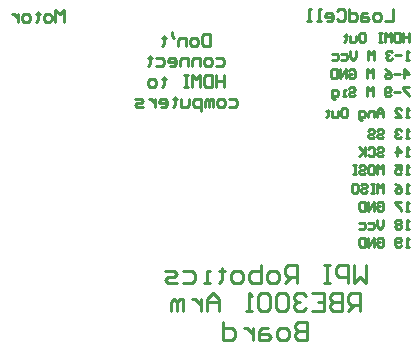
<source format=gbo>
G04 Layer_Color=32896*
%FSLAX24Y24*%
%MOIN*%
G70*
G01*
G75*
%ADD10C,0.0100*%
D10*
X8730Y4289D02*
Y3690D01*
X8530Y3889D01*
X8330Y3690D01*
Y4289D01*
X8130Y3690D02*
Y4289D01*
X7830D01*
X7730Y4189D01*
Y3989D01*
X7830Y3889D01*
X8130D01*
X7531Y4289D02*
X7331D01*
X7431D01*
Y3690D01*
X7531D01*
X7331D01*
X6431D02*
Y4289D01*
X6131D01*
X6031Y4189D01*
Y3989D01*
X6131Y3889D01*
X6431D01*
X6231D02*
X6031Y3690D01*
X5731D02*
X5531D01*
X5431Y3789D01*
Y3989D01*
X5531Y4089D01*
X5731D01*
X5831Y3989D01*
Y3789D01*
X5731Y3690D01*
X5231Y4289D02*
Y3690D01*
X4931D01*
X4831Y3789D01*
Y3889D01*
Y3989D01*
X4931Y4089D01*
X5231D01*
X4531Y3690D02*
X4332D01*
X4232Y3789D01*
Y3989D01*
X4332Y4089D01*
X4531D01*
X4631Y3989D01*
Y3789D01*
X4531Y3690D01*
X3932Y4189D02*
Y4089D01*
X4032D01*
X3832D01*
X3932D01*
Y3789D01*
X3832Y3690D01*
X3532D02*
X3332D01*
X3432D01*
Y4089D01*
X3532D01*
X2632D02*
X2932D01*
X3032Y3989D01*
Y3789D01*
X2932Y3690D01*
X2632D01*
X2432D02*
X2132D01*
X2032Y3789D01*
X2132Y3889D01*
X2332D01*
X2432Y3989D01*
X2332Y4089D01*
X2032D01*
X8530Y2730D02*
Y3330D01*
X8230D01*
X8130Y3230D01*
Y3030D01*
X8230Y2930D01*
X8530D01*
X8330D02*
X8130Y2730D01*
X7930Y3330D02*
Y2730D01*
X7630D01*
X7531Y2830D01*
Y2930D01*
X7630Y3030D01*
X7930D01*
X7630D01*
X7531Y3130D01*
Y3230D01*
X7630Y3330D01*
X7930D01*
X6931D02*
X7331D01*
Y2730D01*
X6931D01*
X7331Y3030D02*
X7131D01*
X6731Y3230D02*
X6631Y3330D01*
X6431D01*
X6331Y3230D01*
Y3130D01*
X6431Y3030D01*
X6531D01*
X6431D01*
X6331Y2930D01*
Y2830D01*
X6431Y2730D01*
X6631D01*
X6731Y2830D01*
X6131Y3230D02*
X6031Y3330D01*
X5831D01*
X5731Y3230D01*
Y2830D01*
X5831Y2730D01*
X6031D01*
X6131Y2830D01*
Y3230D01*
X5531D02*
X5431Y3330D01*
X5231D01*
X5131Y3230D01*
Y2830D01*
X5231Y2730D01*
X5431D01*
X5531Y2830D01*
Y3230D01*
X4931Y2730D02*
X4731D01*
X4831D01*
Y3330D01*
X4931Y3230D01*
X3832Y2730D02*
Y3130D01*
X3632Y3330D01*
X3432Y3130D01*
Y2730D01*
Y3030D01*
X3832D01*
X3232Y3130D02*
Y2730D01*
Y2930D01*
X3132Y3030D01*
X3032Y3130D01*
X2932D01*
X2632Y2730D02*
Y3130D01*
X2532D01*
X2432Y3030D01*
Y2730D01*
Y3030D01*
X2332Y3130D01*
X2232Y3030D01*
Y2730D01*
X6781Y2370D02*
Y1770D01*
X6481D01*
X6381Y1870D01*
Y1970D01*
X6481Y2070D01*
X6781D01*
X6481D01*
X6381Y2170D01*
Y2270D01*
X6481Y2370D01*
X6781D01*
X6081Y1770D02*
X5881D01*
X5781Y1870D01*
Y2070D01*
X5881Y2170D01*
X6081D01*
X6181Y2070D01*
Y1870D01*
X6081Y1770D01*
X5481Y2170D02*
X5281D01*
X5181Y2070D01*
Y1770D01*
X5481D01*
X5581Y1870D01*
X5481Y1970D01*
X5181D01*
X4981Y2170D02*
Y1770D01*
Y1970D01*
X4881Y2070D01*
X4781Y2170D01*
X4681D01*
X3982Y2370D02*
Y1770D01*
X4282D01*
X4382Y1870D01*
Y2070D01*
X4282Y2170D01*
X3982D01*
X3544Y11979D02*
Y11580D01*
X3344D01*
X3277Y11646D01*
Y11913D01*
X3344Y11979D01*
X3544D01*
X3077Y11580D02*
X2944D01*
X2877Y11646D01*
Y11779D01*
X2944Y11846D01*
X3077D01*
X3144Y11779D01*
Y11646D01*
X3077Y11580D01*
X2744D02*
Y11846D01*
X2544D01*
X2478Y11779D01*
Y11580D01*
X2278Y12046D02*
Y11913D01*
X2344Y11846D01*
X2011Y11913D02*
Y11846D01*
X2078D01*
X1944D01*
X2011D01*
Y11646D01*
X1944Y11580D01*
X3744Y11190D02*
X3944D01*
X4010Y11123D01*
Y10990D01*
X3944Y10923D01*
X3744D01*
X3544D02*
X3411D01*
X3344Y10990D01*
Y11123D01*
X3411Y11190D01*
X3544D01*
X3610Y11123D01*
Y10990D01*
X3544Y10923D01*
X3211D02*
Y11190D01*
X3011D01*
X2944Y11123D01*
Y10923D01*
X2811D02*
Y11190D01*
X2611D01*
X2544Y11123D01*
Y10923D01*
X2211D02*
X2344D01*
X2411Y10990D01*
Y11123D01*
X2344Y11190D01*
X2211D01*
X2144Y11123D01*
Y11056D01*
X2411D01*
X1744Y11190D02*
X1944D01*
X2011Y11123D01*
Y10990D01*
X1944Y10923D01*
X1744D01*
X1544Y11256D02*
Y11190D01*
X1611D01*
X1478D01*
X1544D01*
Y10990D01*
X1478Y10923D01*
X4010Y10600D02*
Y10200D01*
Y10400D01*
X3744D01*
Y10600D01*
Y10200D01*
X3610Y10600D02*
Y10200D01*
X3411D01*
X3344Y10266D01*
Y10533D01*
X3411Y10600D01*
X3610D01*
X3211Y10200D02*
Y10600D01*
X3077Y10466D01*
X2944Y10600D01*
Y10200D01*
X2811Y10600D02*
X2677D01*
X2744D01*
Y10200D01*
X2811D01*
X2677D01*
X2011Y10533D02*
Y10466D01*
X2078D01*
X1944D01*
X2011D01*
Y10266D01*
X1944Y10200D01*
X1678D02*
X1544D01*
X1478Y10266D01*
Y10400D01*
X1544Y10466D01*
X1678D01*
X1744Y10400D01*
Y10266D01*
X1678Y10200D01*
X4177Y9810D02*
X4377D01*
X4444Y9743D01*
Y9610D01*
X4377Y9543D01*
X4177D01*
X3977D02*
X3844D01*
X3777Y9610D01*
Y9743D01*
X3844Y9810D01*
X3977D01*
X4044Y9743D01*
Y9610D01*
X3977Y9543D01*
X3644D02*
Y9810D01*
X3577D01*
X3511Y9743D01*
Y9543D01*
Y9743D01*
X3444Y9810D01*
X3377Y9743D01*
Y9543D01*
X3244Y9410D02*
Y9810D01*
X3044D01*
X2977Y9743D01*
Y9610D01*
X3044Y9543D01*
X3244D01*
X2844Y9810D02*
Y9610D01*
X2777Y9543D01*
X2577D01*
Y9810D01*
X2378Y9877D02*
Y9810D01*
X2444D01*
X2311D01*
X2378D01*
Y9610D01*
X2311Y9543D01*
X1911D02*
X2044D01*
X2111Y9610D01*
Y9743D01*
X2044Y9810D01*
X1911D01*
X1844Y9743D01*
Y9677D01*
X2111D01*
X1711Y9810D02*
Y9543D01*
Y9677D01*
X1644Y9743D01*
X1578Y9810D01*
X1511D01*
X1311Y9543D02*
X1111D01*
X1045Y9610D01*
X1111Y9677D01*
X1245D01*
X1311Y9743D01*
X1245Y9810D01*
X1045D01*
X10160Y12014D02*
Y11714D01*
Y11864D01*
X9960D01*
Y12014D01*
Y11714D01*
X9860Y12014D02*
Y11714D01*
X9710D01*
X9660Y11764D01*
Y11964D01*
X9710Y12014D01*
X9860D01*
X9560Y11714D02*
Y12014D01*
X9460Y11914D01*
X9360Y12014D01*
Y11714D01*
X9260Y12014D02*
X9160D01*
X9210D01*
Y11714D01*
X9260D01*
X9160D01*
X8561Y12014D02*
X8660D01*
X8710Y11964D01*
Y11764D01*
X8660Y11714D01*
X8561D01*
X8511Y11764D01*
Y11964D01*
X8561Y12014D01*
X8411Y11914D02*
Y11764D01*
X8361Y11714D01*
X8211D01*
Y11914D01*
X8061Y11964D02*
Y11914D01*
X8111D01*
X8011D01*
X8061D01*
Y11764D01*
X8011Y11714D01*
X10160Y11111D02*
X10060D01*
X10110D01*
Y11411D01*
X10160Y11361D01*
X9910Y11261D02*
X9710D01*
X9610Y11361D02*
X9560Y11411D01*
X9460D01*
X9410Y11361D01*
Y11311D01*
X9460Y11261D01*
X9510D01*
X9460D01*
X9410Y11211D01*
Y11161D01*
X9460Y11111D01*
X9560D01*
X9610Y11161D01*
X9010Y11111D02*
Y11411D01*
X8910Y11311D01*
X8810Y11411D01*
Y11111D01*
X8411Y11411D02*
Y11211D01*
X8311Y11111D01*
X8211Y11211D01*
Y11411D01*
X7911Y11311D02*
X8061D01*
X8111Y11261D01*
Y11161D01*
X8061Y11111D01*
X7911D01*
X7611Y11311D02*
X7761D01*
X7811Y11261D01*
Y11161D01*
X7761Y11111D01*
X7611D01*
X10010Y10508D02*
Y10808D01*
X10160Y10658D01*
X9960D01*
X9860D02*
X9660D01*
X9360Y10808D02*
X9460Y10758D01*
X9560Y10658D01*
Y10558D01*
X9510Y10508D01*
X9410D01*
X9360Y10558D01*
Y10608D01*
X9410Y10658D01*
X9560D01*
X8960Y10508D02*
Y10808D01*
X8860Y10708D01*
X8760Y10808D01*
Y10508D01*
X8161Y10758D02*
X8211Y10808D01*
X8311D01*
X8361Y10758D01*
Y10558D01*
X8311Y10508D01*
X8211D01*
X8161Y10558D01*
Y10658D01*
X8261D01*
X8061Y10508D02*
Y10808D01*
X7861Y10508D01*
Y10808D01*
X7761D02*
Y10508D01*
X7611D01*
X7561Y10558D01*
Y10758D01*
X7611Y10808D01*
X7761D01*
X10160Y10205D02*
X9960D01*
Y10155D01*
X10160Y9955D01*
Y9905D01*
X9860Y10055D02*
X9660D01*
X9560Y9955D02*
X9510Y9905D01*
X9410D01*
X9360Y9955D01*
Y10155D01*
X9410Y10205D01*
X9510D01*
X9560Y10155D01*
Y10105D01*
X9510Y10055D01*
X9360D01*
X8960Y9905D02*
Y10205D01*
X8860Y10105D01*
X8760Y10205D01*
Y9905D01*
X8161Y10155D02*
X8211Y10205D01*
X8311D01*
X8361Y10155D01*
Y10105D01*
X8311Y10055D01*
X8211D01*
X8161Y10005D01*
Y9955D01*
X8211Y9905D01*
X8311D01*
X8361Y9955D01*
X8061Y9905D02*
X7961D01*
X8011D01*
Y10105D01*
X8061D01*
X7711Y9805D02*
X7661D01*
X7611Y9855D01*
Y10105D01*
X7761D01*
X7811Y10055D01*
Y9955D01*
X7761Y9905D01*
X7611D01*
X10160Y9201D02*
X10060D01*
X10110D01*
Y9501D01*
X10160Y9451D01*
X9710Y9201D02*
X9910D01*
X9710Y9401D01*
Y9451D01*
X9760Y9501D01*
X9860D01*
X9910Y9451D01*
X9310Y9201D02*
Y9401D01*
X9210Y9501D01*
X9110Y9401D01*
Y9201D01*
Y9351D01*
X9310D01*
X9010Y9201D02*
Y9401D01*
X8860D01*
X8810Y9351D01*
Y9201D01*
X8611Y9101D02*
X8561D01*
X8511Y9151D01*
Y9401D01*
X8660D01*
X8710Y9351D01*
Y9251D01*
X8660Y9201D01*
X8511D01*
X7961Y9501D02*
X8061D01*
X8111Y9451D01*
Y9251D01*
X8061Y9201D01*
X7961D01*
X7911Y9251D01*
Y9451D01*
X7961Y9501D01*
X7811Y9401D02*
Y9251D01*
X7761Y9201D01*
X7611D01*
Y9401D01*
X7461Y9451D02*
Y9401D01*
X7511D01*
X7411D01*
X7461D01*
Y9251D01*
X7411Y9201D01*
X10160Y8498D02*
X10060D01*
X10110D01*
Y8798D01*
X10160Y8748D01*
X9910D02*
X9860Y8798D01*
X9760D01*
X9710Y8748D01*
Y8698D01*
X9760Y8648D01*
X9810D01*
X9760D01*
X9710Y8598D01*
Y8548D01*
X9760Y8498D01*
X9860D01*
X9910Y8548D01*
X9110Y8748D02*
X9160Y8798D01*
X9260D01*
X9310Y8748D01*
Y8698D01*
X9260Y8648D01*
X9160D01*
X9110Y8598D01*
Y8548D01*
X9160Y8498D01*
X9260D01*
X9310Y8548D01*
X8810Y8748D02*
X8860Y8798D01*
X8960D01*
X9010Y8748D01*
Y8698D01*
X8960Y8648D01*
X8860D01*
X8810Y8598D01*
Y8548D01*
X8860Y8498D01*
X8960D01*
X9010Y8548D01*
X10160Y7895D02*
X10060D01*
X10110D01*
Y8195D01*
X10160Y8145D01*
X9760Y7895D02*
Y8195D01*
X9910Y8045D01*
X9710D01*
X9110Y8145D02*
X9160Y8195D01*
X9260D01*
X9310Y8145D01*
Y8095D01*
X9260Y8045D01*
X9160D01*
X9110Y7995D01*
Y7945D01*
X9160Y7895D01*
X9260D01*
X9310Y7945D01*
X8810Y8145D02*
X8860Y8195D01*
X8960D01*
X9010Y8145D01*
Y7945D01*
X8960Y7895D01*
X8860D01*
X8810Y7945D01*
X8710Y8195D02*
Y7895D01*
Y7995D01*
X8511Y8195D01*
X8660Y8045D01*
X8511Y7895D01*
X10160Y7292D02*
X10060D01*
X10110D01*
Y7592D01*
X10160Y7542D01*
X9710Y7592D02*
X9910D01*
Y7442D01*
X9810Y7492D01*
X9760D01*
X9710Y7442D01*
Y7342D01*
X9760Y7292D01*
X9860D01*
X9910Y7342D01*
X9310Y7292D02*
Y7592D01*
X9210Y7492D01*
X9110Y7592D01*
Y7292D01*
X8860Y7592D02*
X8960D01*
X9010Y7542D01*
Y7342D01*
X8960Y7292D01*
X8860D01*
X8810Y7342D01*
Y7542D01*
X8860Y7592D01*
X8511Y7542D02*
X8561Y7592D01*
X8660D01*
X8710Y7542D01*
Y7492D01*
X8660Y7442D01*
X8561D01*
X8511Y7392D01*
Y7342D01*
X8561Y7292D01*
X8660D01*
X8710Y7342D01*
X8411Y7592D02*
X8311D01*
X8361D01*
Y7292D01*
X8411D01*
X8311D01*
X10160Y6689D02*
X10060D01*
X10110D01*
Y6989D01*
X10160Y6939D01*
X9710Y6989D02*
X9810Y6939D01*
X9910Y6839D01*
Y6739D01*
X9860Y6689D01*
X9760D01*
X9710Y6739D01*
Y6789D01*
X9760Y6839D01*
X9910D01*
X9310Y6689D02*
Y6989D01*
X9210Y6889D01*
X9110Y6989D01*
Y6689D01*
X9010Y6989D02*
X8910D01*
X8960D01*
Y6689D01*
X9010D01*
X8910D01*
X8561Y6939D02*
X8611Y6989D01*
X8710D01*
X8760Y6939D01*
Y6889D01*
X8710Y6839D01*
X8611D01*
X8561Y6789D01*
Y6739D01*
X8611Y6689D01*
X8710D01*
X8760Y6739D01*
X8311Y6989D02*
X8411D01*
X8461Y6939D01*
Y6739D01*
X8411Y6689D01*
X8311D01*
X8261Y6739D01*
Y6939D01*
X8311Y6989D01*
X10160Y6085D02*
X10060D01*
X10110D01*
Y6385D01*
X10160Y6335D01*
X9910Y6385D02*
X9710D01*
Y6335D01*
X9910Y6135D01*
Y6085D01*
X9110Y6335D02*
X9160Y6385D01*
X9260D01*
X9310Y6335D01*
Y6135D01*
X9260Y6085D01*
X9160D01*
X9110Y6135D01*
Y6235D01*
X9210D01*
X9010Y6085D02*
Y6385D01*
X8810Y6085D01*
Y6385D01*
X8710D02*
Y6085D01*
X8561D01*
X8511Y6135D01*
Y6335D01*
X8561Y6385D01*
X8710D01*
X10160Y5482D02*
X10060D01*
X10110D01*
Y5782D01*
X10160Y5732D01*
X9910D02*
X9860Y5782D01*
X9760D01*
X9710Y5732D01*
Y5682D01*
X9760Y5632D01*
X9710Y5582D01*
Y5532D01*
X9760Y5482D01*
X9860D01*
X9910Y5532D01*
Y5582D01*
X9860Y5632D01*
X9910Y5682D01*
Y5732D01*
X9860Y5632D02*
X9760D01*
X9310Y5782D02*
Y5582D01*
X9210Y5482D01*
X9110Y5582D01*
Y5782D01*
X8810Y5682D02*
X8960D01*
X9010Y5632D01*
Y5532D01*
X8960Y5482D01*
X8810D01*
X8511Y5682D02*
X8660D01*
X8710Y5632D01*
Y5532D01*
X8660Y5482D01*
X8511D01*
X10160Y4879D02*
X10060D01*
X10110D01*
Y5179D01*
X10160Y5129D01*
X9910Y4929D02*
X9860Y4879D01*
X9760D01*
X9710Y4929D01*
Y5129D01*
X9760Y5179D01*
X9860D01*
X9910Y5129D01*
Y5079D01*
X9860Y5029D01*
X9710D01*
X9110Y5129D02*
X9160Y5179D01*
X9260D01*
X9310Y5129D01*
Y4929D01*
X9260Y4879D01*
X9160D01*
X9110Y4929D01*
Y5029D01*
X9210D01*
X9010Y4879D02*
Y5179D01*
X8810Y4879D01*
Y5179D01*
X8710D02*
Y4879D01*
X8561D01*
X8511Y4929D01*
Y5129D01*
X8561Y5179D01*
X8710D01*
X-1350Y12380D02*
Y12780D01*
X-1483Y12647D01*
X-1617Y12780D01*
Y12380D01*
X-1817D02*
X-1950D01*
X-2016Y12447D01*
Y12580D01*
X-1950Y12647D01*
X-1817D01*
X-1750Y12580D01*
Y12447D01*
X-1817Y12380D01*
X-2216Y12713D02*
Y12647D01*
X-2150D01*
X-2283D01*
X-2216D01*
Y12447D01*
X-2283Y12380D01*
X-2550D02*
X-2683D01*
X-2750Y12447D01*
Y12580D01*
X-2683Y12647D01*
X-2550D01*
X-2483Y12580D01*
Y12447D01*
X-2550Y12380D01*
X-2883Y12647D02*
Y12380D01*
Y12513D01*
X-2949Y12580D01*
X-3016Y12647D01*
X-3083D01*
X9630Y12800D02*
Y12400D01*
X9363D01*
X9163D02*
X9030D01*
X8964Y12467D01*
Y12600D01*
X9030Y12667D01*
X9163D01*
X9230Y12600D01*
Y12467D01*
X9163Y12400D01*
X8764Y12667D02*
X8630D01*
X8564Y12600D01*
Y12400D01*
X8764D01*
X8830Y12467D01*
X8764Y12533D01*
X8564D01*
X8164Y12800D02*
Y12400D01*
X8364D01*
X8430Y12467D01*
Y12600D01*
X8364Y12667D01*
X8164D01*
X7764Y12733D02*
X7831Y12800D01*
X7964D01*
X8031Y12733D01*
Y12467D01*
X7964Y12400D01*
X7831D01*
X7764Y12467D01*
X7431Y12400D02*
X7564D01*
X7631Y12467D01*
Y12600D01*
X7564Y12667D01*
X7431D01*
X7364Y12600D01*
Y12533D01*
X7631D01*
X7231Y12400D02*
X7097D01*
X7164D01*
Y12800D01*
X7231D01*
X6898Y12400D02*
X6764D01*
X6831D01*
Y12800D01*
X6898D01*
M02*

</source>
